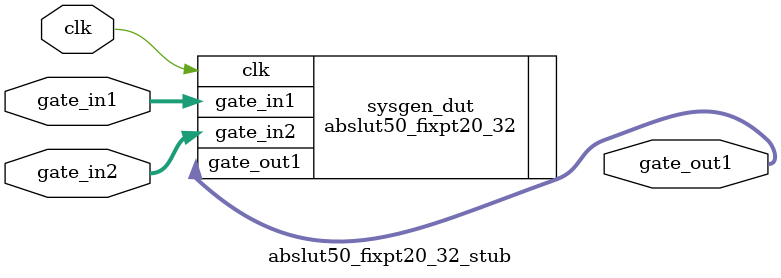
<source format=v>
`timescale 1 ns / 10 ps
module abslut50_fixpt20_32_stub (
  input [30-1:0] gate_in1,
  input [30-1:0] gate_in2,
  input clk,
  output [30-1:0] gate_out1
);
  abslut50_fixpt20_32 sysgen_dut (
    .gate_in1(gate_in1),
    .gate_in2(gate_in2),
    .clk(clk),
    .gate_out1(gate_out1)
  );
endmodule

</source>
